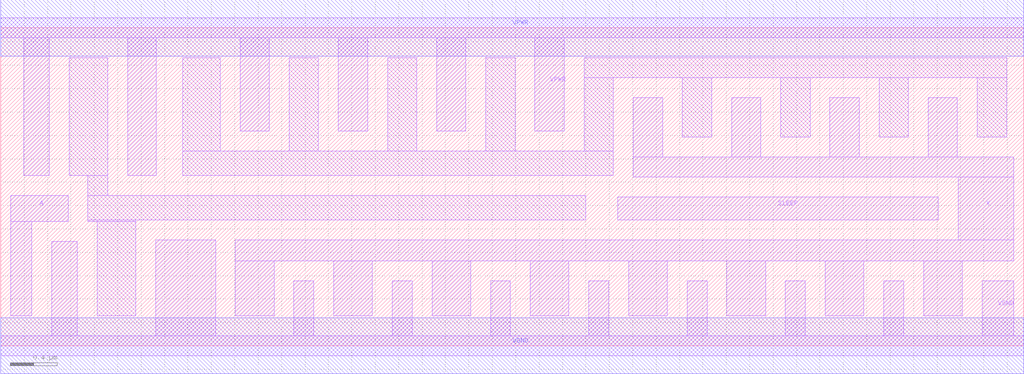
<source format=lef>
# Copyright 2020 The SkyWater PDK Authors
#
# Licensed under the Apache License, Version 2.0 (the "License");
# you may not use this file except in compliance with the License.
# You may obtain a copy of the License at
#
#     https://www.apache.org/licenses/LICENSE-2.0
#
# Unless required by applicable law or agreed to in writing, software
# distributed under the License is distributed on an "AS IS" BASIS,
# WITHOUT WARRANTIES OR CONDITIONS OF ANY KIND, either express or implied.
# See the License for the specific language governing permissions and
# limitations under the License.
#
# SPDX-License-Identifier: Apache-2.0

VERSION 5.5 ;
NAMESCASESENSITIVE ON ;
BUSBITCHARS "[]" ;
DIVIDERCHAR "/" ;
MACRO sky130_fd_sc_hd__lpflow_isobufsrc_8
  CLASS CORE ;
  SOURCE USER ;
  ORIGIN  0.000000  0.000000 ;
  SIZE  8.740000 BY  2.720000 ;
  SYMMETRY X Y R90 ;
  SITE unithd ;
  PIN A
    ANTENNAGATEAREA  0.495000 ;
    DIRECTION INPUT ;
    USE SIGNAL ;
    PORT
      LAYER li1 ;
        RECT 0.085000 0.255000 0.265000 1.065000 ;
        RECT 0.085000 1.065000 0.575000 1.285000 ;
    END
  END A
  PIN SLEEP
    ANTENNAGATEAREA  1.980000 ;
    DIRECTION INPUT ;
    USE SIGNAL ;
    PORT
      LAYER li1 ;
        RECT 5.270000 1.075000 8.010000 1.275000 ;
    END
  END SLEEP
  PIN X
    ANTENNADIFFAREA  2.484000 ;
    DIRECTION OUTPUT ;
    USE SIGNAL ;
    PORT
      LAYER li1 ;
        RECT 2.005000 0.255000 2.335000 0.725000 ;
        RECT 2.005000 0.725000 8.655000 0.905000 ;
        RECT 2.845000 0.255000 3.175000 0.725000 ;
        RECT 3.685000 0.255000 4.015000 0.725000 ;
        RECT 4.525000 0.255000 4.855000 0.725000 ;
        RECT 5.365000 0.255000 5.695000 0.725000 ;
        RECT 5.405000 1.445000 8.655000 1.615000 ;
        RECT 5.405000 1.615000 5.655000 2.125000 ;
        RECT 6.205000 0.255000 6.535000 0.725000 ;
        RECT 6.245000 1.615000 6.495000 2.125000 ;
        RECT 7.045000 0.255000 7.375000 0.725000 ;
        RECT 7.085000 1.615000 7.335000 2.125000 ;
        RECT 7.885000 0.255000 8.215000 0.725000 ;
        RECT 7.925000 1.615000 8.175000 2.125000 ;
        RECT 8.180000 0.905000 8.655000 1.445000 ;
    END
  END X
  PIN VGND
    DIRECTION INOUT ;
    SHAPE ABUTMENT ;
    USE GROUND ;
    PORT
      LAYER li1 ;
        RECT 0.000000 -0.085000 8.740000 0.085000 ;
        RECT 0.435000  0.085000 0.655000 0.895000 ;
        RECT 1.325000  0.085000 1.835000 0.905000 ;
        RECT 2.505000  0.085000 2.675000 0.555000 ;
        RECT 3.345000  0.085000 3.515000 0.555000 ;
        RECT 4.185000  0.085000 4.355000 0.555000 ;
        RECT 5.025000  0.085000 5.195000 0.555000 ;
        RECT 5.865000  0.085000 6.035000 0.555000 ;
        RECT 6.705000  0.085000 6.875000 0.555000 ;
        RECT 7.545000  0.085000 7.715000 0.555000 ;
        RECT 8.385000  0.085000 8.655000 0.555000 ;
    END
    PORT
      LAYER met1 ;
        RECT 0.000000 -0.240000 8.740000 0.240000 ;
    END
  END VGND
  PIN VNB
    DIRECTION INOUT ;
    USE GROUND ;
    PORT
    END
  END VNB
  PIN VPB
    DIRECTION INOUT ;
    USE POWER ;
    PORT
    END
  END VPB
  PIN VPWR
    DIRECTION INOUT ;
    SHAPE ABUTMENT ;
    USE POWER ;
    PORT
      LAYER li1 ;
        RECT 0.000000 2.635000 8.740000 2.805000 ;
        RECT 0.195000 1.455000 0.415000 2.635000 ;
        RECT 1.085000 1.455000 1.330000 2.635000 ;
        RECT 2.045000 1.835000 2.295000 2.635000 ;
        RECT 2.885000 1.835000 3.135000 2.635000 ;
        RECT 3.725000 1.835000 3.975000 2.635000 ;
        RECT 4.565000 1.835000 4.815000 2.635000 ;
    END
    PORT
      LAYER met1 ;
        RECT 0.000000 2.480000 8.740000 2.960000 ;
    END
  END VPWR
  OBS
    LAYER li1 ;
      RECT 0.585000 1.455000 0.915000 2.465000 ;
      RECT 0.745000 1.065000 1.155000 1.075000 ;
      RECT 0.745000 1.075000 5.000000 1.285000 ;
      RECT 0.745000 1.285000 0.915000 1.455000 ;
      RECT 0.825000 0.255000 1.155000 1.065000 ;
      RECT 1.555000 1.455000 5.235000 1.665000 ;
      RECT 1.555000 1.665000 1.875000 2.465000 ;
      RECT 2.465000 1.665000 2.715000 2.465000 ;
      RECT 3.305000 1.665000 3.555000 2.465000 ;
      RECT 4.145000 1.665000 4.395000 2.465000 ;
      RECT 4.985000 1.665000 5.235000 2.295000 ;
      RECT 4.985000 2.295000 8.595000 2.465000 ;
      RECT 5.825000 1.785000 6.075000 2.295000 ;
      RECT 6.665000 1.785000 6.915000 2.295000 ;
      RECT 7.505000 1.785000 7.755000 2.295000 ;
      RECT 8.345000 1.785000 8.595000 2.295000 ;
  END
END sky130_fd_sc_hd__lpflow_isobufsrc_8
END LIBRARY

</source>
